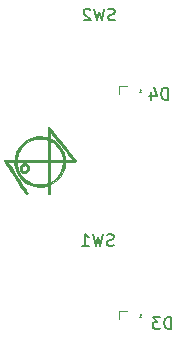
<source format=gbr>
%TF.GenerationSoftware,KiCad,Pcbnew,(5.1.10)-1*%
%TF.CreationDate,2021-10-19T23:48:12-04:00*%
%TF.ProjectId,milk,6d696c6b-2e6b-4696-9361-645f70636258,rev?*%
%TF.SameCoordinates,Original*%
%TF.FileFunction,Legend,Bot*%
%TF.FilePolarity,Positive*%
%FSLAX46Y46*%
G04 Gerber Fmt 4.6, Leading zero omitted, Abs format (unit mm)*
G04 Created by KiCad (PCBNEW (5.1.10)-1) date 2021-10-19 23:48:12*
%MOMM*%
%LPD*%
G01*
G04 APERTURE LIST*
%ADD10C,0.010000*%
%ADD11C,0.100000*%
%ADD12C,0.150000*%
%ADD13C,0.075000*%
%ADD14R,0.500000X0.500000*%
%ADD15O,1.600000X1.600000*%
%ADD16R,1.600000X1.600000*%
%ADD17C,1.700000*%
%ADD18C,4.000000*%
%ADD19C,2.200000*%
%ADD20C,0.800000*%
%ADD21O,1.000000X2.000000*%
%ADD22C,2.000000*%
%ADD23R,1.500000X1.500000*%
%ADD24C,1.500000*%
G04 APERTURE END LIST*
D10*
%TO.C,G\u002A\u002A\u002A*%
G36*
X197741085Y-78379886D02*
G01*
X197639041Y-78427491D01*
X197545180Y-78493200D01*
X197481396Y-78562146D01*
X197434467Y-78673829D01*
X197422604Y-78801693D01*
X197445813Y-78925948D01*
X197481277Y-78997760D01*
X197570873Y-79092599D01*
X197684941Y-79158058D01*
X197808989Y-79188425D01*
X197928523Y-79177988D01*
X197934236Y-79176257D01*
X198061961Y-79113016D01*
X198158342Y-79011410D01*
X198181236Y-78974258D01*
X198228692Y-78847781D01*
X198227876Y-78780640D01*
X198059040Y-78780640D01*
X198037774Y-78879962D01*
X197981767Y-78954276D01*
X197902710Y-78999166D01*
X197812292Y-79010222D01*
X197722203Y-78983031D01*
X197658990Y-78931650D01*
X197609797Y-78844897D01*
X197602262Y-78755209D01*
X197629390Y-78671782D01*
X197684187Y-78603811D01*
X197759659Y-78560491D01*
X197848812Y-78551019D01*
X197929434Y-78576091D01*
X198014176Y-78641421D01*
X198054479Y-78729195D01*
X198059040Y-78780640D01*
X198227876Y-78780640D01*
X198227141Y-78720300D01*
X198178351Y-78589124D01*
X198107760Y-78496320D01*
X198010453Y-78420366D01*
X197903442Y-78372435D01*
X197831827Y-78361540D01*
X197741085Y-78379886D01*
G37*
X197741085Y-78379886D02*
X197639041Y-78427491D01*
X197545180Y-78493200D01*
X197481396Y-78562146D01*
X197434467Y-78673829D01*
X197422604Y-78801693D01*
X197445813Y-78925948D01*
X197481277Y-78997760D01*
X197570873Y-79092599D01*
X197684941Y-79158058D01*
X197808989Y-79188425D01*
X197928523Y-79177988D01*
X197934236Y-79176257D01*
X198061961Y-79113016D01*
X198158342Y-79011410D01*
X198181236Y-78974258D01*
X198228692Y-78847781D01*
X198227876Y-78780640D01*
X198059040Y-78780640D01*
X198037774Y-78879962D01*
X197981767Y-78954276D01*
X197902710Y-78999166D01*
X197812292Y-79010222D01*
X197722203Y-78983031D01*
X197658990Y-78931650D01*
X197609797Y-78844897D01*
X197602262Y-78755209D01*
X197629390Y-78671782D01*
X197684187Y-78603811D01*
X197759659Y-78560491D01*
X197848812Y-78551019D01*
X197929434Y-78576091D01*
X198014176Y-78641421D01*
X198054479Y-78729195D01*
X198059040Y-78780640D01*
X198227876Y-78780640D01*
X198227141Y-78720300D01*
X198178351Y-78589124D01*
X198107760Y-78496320D01*
X198010453Y-78420366D01*
X197903442Y-78372435D01*
X197831827Y-78361540D01*
X197741085Y-78379886D01*
G36*
X199860134Y-75303634D02*
G01*
X199827423Y-75326785D01*
X199811566Y-75349992D01*
X199800259Y-75388034D01*
X199792792Y-75448655D01*
X199788452Y-75539597D01*
X199786530Y-75668602D01*
X199786240Y-75775271D01*
X199785627Y-75929512D01*
X199783384Y-76039478D01*
X199778907Y-76111682D01*
X199771590Y-76152638D01*
X199760829Y-76168861D01*
X199749729Y-76168564D01*
X199616642Y-76131320D01*
X199448104Y-76104766D01*
X199258421Y-76089349D01*
X199061900Y-76085518D01*
X198872847Y-76093722D01*
X198705567Y-76114407D01*
X198620914Y-76133186D01*
X198379466Y-76209403D01*
X198171245Y-76298923D01*
X197982304Y-76409907D01*
X197798695Y-76550512D01*
X197612171Y-76723240D01*
X197503992Y-76832424D01*
X197423706Y-76920242D01*
X197361704Y-76999599D01*
X197308379Y-77083397D01*
X197254123Y-77184542D01*
X197224486Y-77243940D01*
X197151895Y-77405009D01*
X197088495Y-77571691D01*
X197038168Y-77731607D01*
X197004794Y-77872382D01*
X196992254Y-77981638D01*
X196992240Y-77984603D01*
X196992240Y-78056740D01*
X196589777Y-78056740D01*
X196436834Y-78057228D01*
X196326478Y-78059300D01*
X196250505Y-78063870D01*
X196200705Y-78071847D01*
X196168873Y-78084145D01*
X196146802Y-78101675D01*
X196142318Y-78106459D01*
X196130825Y-78117338D01*
X196121141Y-78126449D01*
X196115322Y-78137324D01*
X196115426Y-78153499D01*
X196123509Y-78178507D01*
X196141627Y-78215881D01*
X196171838Y-78269156D01*
X196216198Y-78341865D01*
X196276765Y-78437542D01*
X196355594Y-78559720D01*
X196454743Y-78711935D01*
X196576268Y-78897719D01*
X196722226Y-79120606D01*
X196815594Y-79263240D01*
X196948522Y-79466478D01*
X197086363Y-79677410D01*
X197223282Y-79887096D01*
X197353449Y-80086599D01*
X197471029Y-80266980D01*
X197570189Y-80419300D01*
X197619480Y-80495140D01*
X197708653Y-80630575D01*
X197791364Y-80752667D01*
X197862718Y-80854463D01*
X197917815Y-80929011D01*
X197951758Y-80969359D01*
X197956313Y-80973251D01*
X197996474Y-80992077D01*
X198032872Y-80976647D01*
X198057761Y-80953619D01*
X198076078Y-80936282D01*
X198089214Y-80920961D01*
X198094606Y-80902527D01*
X198089690Y-80875853D01*
X198071905Y-80835812D01*
X198038688Y-80777275D01*
X197987476Y-80695116D01*
X197915706Y-80584207D01*
X197820816Y-80439419D01*
X197736793Y-80311397D01*
X197658376Y-80191624D01*
X197564348Y-80047698D01*
X197458024Y-79884719D01*
X197342718Y-79707787D01*
X197221744Y-79522000D01*
X197098418Y-79332457D01*
X196976052Y-79144259D01*
X196857961Y-78962504D01*
X196747460Y-78792291D01*
X196647862Y-78638720D01*
X196562482Y-78506890D01*
X196494634Y-78401900D01*
X196447632Y-78328849D01*
X196424791Y-78292838D01*
X196424095Y-78291690D01*
X196426623Y-78277298D01*
X196458896Y-78267743D01*
X196527220Y-78262255D01*
X196637904Y-78260068D01*
X196684791Y-78259940D01*
X196964539Y-78259940D01*
X196978175Y-78355190D01*
X197031011Y-78654700D01*
X197099867Y-78914060D01*
X197188859Y-79142502D01*
X197302100Y-79349261D01*
X197443705Y-79543569D01*
X197571783Y-79687509D01*
X197822922Y-79917829D01*
X198090553Y-80100131D01*
X198375124Y-80234599D01*
X198677085Y-80321414D01*
X198996885Y-80360759D01*
X199225956Y-80360435D01*
X199358876Y-80351209D01*
X199487742Y-80337475D01*
X199595544Y-80321294D01*
X199652171Y-80308838D01*
X199784801Y-80271517D01*
X199791871Y-80602857D01*
X199795705Y-80741543D01*
X199801083Y-80837965D01*
X199809228Y-80900654D01*
X199821362Y-80938144D01*
X199838711Y-80958969D01*
X199843390Y-80962188D01*
X199898082Y-80976590D01*
X199932290Y-80962181D01*
X199949988Y-80945113D01*
X199962740Y-80914401D01*
X199971581Y-80862009D01*
X199977546Y-80779905D01*
X199981668Y-80660055D01*
X199983769Y-80562431D01*
X199990797Y-80190680D01*
X200098069Y-80136135D01*
X200356568Y-79978275D01*
X200595020Y-79780688D01*
X200805716Y-79551667D01*
X200980947Y-79299504D01*
X201104513Y-79053468D01*
X201167402Y-78874231D01*
X201222109Y-78667431D01*
X201262818Y-78456249D01*
X201273297Y-78380590D01*
X201287953Y-78259940D01*
X201085684Y-78259940D01*
X201068458Y-78431390D01*
X201044978Y-78572813D01*
X201003340Y-78737405D01*
X200949513Y-78906238D01*
X200889468Y-79060383D01*
X200835382Y-79170326D01*
X200746733Y-79308106D01*
X200638006Y-79451981D01*
X200522688Y-79585404D01*
X200414267Y-79691828D01*
X200401277Y-79702905D01*
X200321707Y-79765578D01*
X200232612Y-79829992D01*
X200145253Y-79888699D01*
X200070895Y-79934249D01*
X200020799Y-79959196D01*
X200009868Y-79961740D01*
X200005015Y-79937319D01*
X200000574Y-79867975D01*
X199996686Y-79759581D01*
X199993493Y-79618014D01*
X199991134Y-79449148D01*
X199989752Y-79258859D01*
X199989440Y-79110840D01*
X199989440Y-78259940D01*
X199786240Y-78259940D01*
X199786240Y-80061920D01*
X199652890Y-80099368D01*
X199561637Y-80124124D01*
X199486310Y-80141024D01*
X199413913Y-80151255D01*
X199331448Y-80156004D01*
X199225917Y-80156458D01*
X199084324Y-80153802D01*
X199062340Y-80153285D01*
X198895933Y-80146858D01*
X198765820Y-80135376D01*
X198657599Y-80117021D01*
X198556870Y-80089976D01*
X198554340Y-80089178D01*
X198262181Y-79971121D01*
X197997840Y-79812545D01*
X197764495Y-79617356D01*
X197565325Y-79389460D01*
X197403508Y-79132763D01*
X197282220Y-78851168D01*
X197204640Y-78548583D01*
X197184770Y-78405990D01*
X197169597Y-78259940D01*
X199786240Y-78259940D01*
X199989440Y-78259940D01*
X201085684Y-78259940D01*
X201287953Y-78259940D01*
X201702387Y-78259940D01*
X201872758Y-78258741D01*
X201998371Y-78254187D01*
X202085230Y-78244840D01*
X202139341Y-78229259D01*
X202166709Y-78206007D01*
X202173338Y-78173646D01*
X202169588Y-78148019D01*
X202152043Y-78118153D01*
X202107228Y-78054503D01*
X202098248Y-78042357D01*
X201843640Y-78042357D01*
X201819913Y-78048020D01*
X201755416Y-78052632D01*
X201660175Y-78055702D01*
X201551540Y-78056740D01*
X201259440Y-78056740D01*
X201073950Y-78056740D01*
X199989440Y-78056740D01*
X199989440Y-77269340D01*
X199990073Y-77075172D01*
X199991865Y-76898401D01*
X199994658Y-76745133D01*
X199998293Y-76621476D01*
X200002613Y-76533538D01*
X200007458Y-76487426D01*
X200009868Y-76481940D01*
X200048090Y-76496542D01*
X200115176Y-76535483D01*
X200200245Y-76591466D01*
X200292416Y-76657191D01*
X200380806Y-76725362D01*
X200414968Y-76753633D01*
X200607259Y-76947809D01*
X200773924Y-77177930D01*
X200908959Y-77433080D01*
X201006357Y-77702346D01*
X201051662Y-77910690D01*
X201073950Y-78056740D01*
X201259440Y-78056740D01*
X201259440Y-77972623D01*
X201250160Y-77883314D01*
X201225083Y-77762616D01*
X201188357Y-77625862D01*
X201144128Y-77488386D01*
X201096544Y-77365520D01*
X201093124Y-77357702D01*
X200952891Y-77097882D01*
X200770927Y-76851878D01*
X200556103Y-76629050D01*
X200317293Y-76438760D01*
X200222018Y-76381759D01*
X199786240Y-76381759D01*
X199786240Y-78056740D01*
X197195440Y-78056740D01*
X197195440Y-77973176D01*
X197209178Y-77849028D01*
X197247846Y-77695877D01*
X197307624Y-77526601D01*
X197370268Y-77383640D01*
X197527943Y-77108055D01*
X197719444Y-76869921D01*
X197945731Y-76668393D01*
X198207764Y-76502626D01*
X198506503Y-76371776D01*
X198528940Y-76363858D01*
X198613060Y-76335986D01*
X198686262Y-76316519D01*
X198760959Y-76303939D01*
X198849565Y-76296724D01*
X198964491Y-76293356D01*
X199113140Y-76292326D01*
X199283251Y-76293550D01*
X199413408Y-76298727D01*
X199514368Y-76308760D01*
X199596887Y-76324552D01*
X199640190Y-76336599D01*
X199786240Y-76381759D01*
X200222018Y-76381759D01*
X200097390Y-76307198D01*
X199989440Y-76252307D01*
X199989440Y-75967980D01*
X199990262Y-75844703D01*
X199993361Y-75765388D01*
X199999687Y-75723216D01*
X200010190Y-75711367D01*
X200023863Y-75720847D01*
X200048774Y-75750671D01*
X200100241Y-75814448D01*
X200173469Y-75906160D01*
X200263663Y-76019787D01*
X200366029Y-76149311D01*
X200437974Y-76240640D01*
X200683153Y-76552305D01*
X200898724Y-76826420D01*
X201086522Y-77065334D01*
X201248379Y-77271398D01*
X201386130Y-77446961D01*
X201501608Y-77594374D01*
X201596647Y-77715987D01*
X201673080Y-77814151D01*
X201732741Y-77891215D01*
X201777463Y-77949530D01*
X201809081Y-77991445D01*
X201829427Y-78019312D01*
X201840335Y-78035481D01*
X201843639Y-78042301D01*
X201843640Y-78042357D01*
X202098248Y-78042357D01*
X202039566Y-77962988D01*
X201953479Y-77849525D01*
X201853390Y-77720032D01*
X201774787Y-77619749D01*
X201673674Y-77491459D01*
X201546911Y-77330590D01*
X201400275Y-77144476D01*
X201239544Y-76940449D01*
X201070494Y-76725843D01*
X200898902Y-76507991D01*
X200730546Y-76294227D01*
X200668388Y-76215299D01*
X200520073Y-76027874D01*
X200380342Y-75853049D01*
X200252504Y-75694838D01*
X200139870Y-75557257D01*
X200045746Y-75444320D01*
X199973444Y-75360043D01*
X199926273Y-75308441D01*
X199908474Y-75293280D01*
X199860134Y-75303634D01*
G37*
X199860134Y-75303634D02*
X199827423Y-75326785D01*
X199811566Y-75349992D01*
X199800259Y-75388034D01*
X199792792Y-75448655D01*
X199788452Y-75539597D01*
X199786530Y-75668602D01*
X199786240Y-75775271D01*
X199785627Y-75929512D01*
X199783384Y-76039478D01*
X199778907Y-76111682D01*
X199771590Y-76152638D01*
X199760829Y-76168861D01*
X199749729Y-76168564D01*
X199616642Y-76131320D01*
X199448104Y-76104766D01*
X199258421Y-76089349D01*
X199061900Y-76085518D01*
X198872847Y-76093722D01*
X198705567Y-76114407D01*
X198620914Y-76133186D01*
X198379466Y-76209403D01*
X198171245Y-76298923D01*
X197982304Y-76409907D01*
X197798695Y-76550512D01*
X197612171Y-76723240D01*
X197503992Y-76832424D01*
X197423706Y-76920242D01*
X197361704Y-76999599D01*
X197308379Y-77083397D01*
X197254123Y-77184542D01*
X197224486Y-77243940D01*
X197151895Y-77405009D01*
X197088495Y-77571691D01*
X197038168Y-77731607D01*
X197004794Y-77872382D01*
X196992254Y-77981638D01*
X196992240Y-77984603D01*
X196992240Y-78056740D01*
X196589777Y-78056740D01*
X196436834Y-78057228D01*
X196326478Y-78059300D01*
X196250505Y-78063870D01*
X196200705Y-78071847D01*
X196168873Y-78084145D01*
X196146802Y-78101675D01*
X196142318Y-78106459D01*
X196130825Y-78117338D01*
X196121141Y-78126449D01*
X196115322Y-78137324D01*
X196115426Y-78153499D01*
X196123509Y-78178507D01*
X196141627Y-78215881D01*
X196171838Y-78269156D01*
X196216198Y-78341865D01*
X196276765Y-78437542D01*
X196355594Y-78559720D01*
X196454743Y-78711935D01*
X196576268Y-78897719D01*
X196722226Y-79120606D01*
X196815594Y-79263240D01*
X196948522Y-79466478D01*
X197086363Y-79677410D01*
X197223282Y-79887096D01*
X197353449Y-80086599D01*
X197471029Y-80266980D01*
X197570189Y-80419300D01*
X197619480Y-80495140D01*
X197708653Y-80630575D01*
X197791364Y-80752667D01*
X197862718Y-80854463D01*
X197917815Y-80929011D01*
X197951758Y-80969359D01*
X197956313Y-80973251D01*
X197996474Y-80992077D01*
X198032872Y-80976647D01*
X198057761Y-80953619D01*
X198076078Y-80936282D01*
X198089214Y-80920961D01*
X198094606Y-80902527D01*
X198089690Y-80875853D01*
X198071905Y-80835812D01*
X198038688Y-80777275D01*
X197987476Y-80695116D01*
X197915706Y-80584207D01*
X197820816Y-80439419D01*
X197736793Y-80311397D01*
X197658376Y-80191624D01*
X197564348Y-80047698D01*
X197458024Y-79884719D01*
X197342718Y-79707787D01*
X197221744Y-79522000D01*
X197098418Y-79332457D01*
X196976052Y-79144259D01*
X196857961Y-78962504D01*
X196747460Y-78792291D01*
X196647862Y-78638720D01*
X196562482Y-78506890D01*
X196494634Y-78401900D01*
X196447632Y-78328849D01*
X196424791Y-78292838D01*
X196424095Y-78291690D01*
X196426623Y-78277298D01*
X196458896Y-78267743D01*
X196527220Y-78262255D01*
X196637904Y-78260068D01*
X196684791Y-78259940D01*
X196964539Y-78259940D01*
X196978175Y-78355190D01*
X197031011Y-78654700D01*
X197099867Y-78914060D01*
X197188859Y-79142502D01*
X197302100Y-79349261D01*
X197443705Y-79543569D01*
X197571783Y-79687509D01*
X197822922Y-79917829D01*
X198090553Y-80100131D01*
X198375124Y-80234599D01*
X198677085Y-80321414D01*
X198996885Y-80360759D01*
X199225956Y-80360435D01*
X199358876Y-80351209D01*
X199487742Y-80337475D01*
X199595544Y-80321294D01*
X199652171Y-80308838D01*
X199784801Y-80271517D01*
X199791871Y-80602857D01*
X199795705Y-80741543D01*
X199801083Y-80837965D01*
X199809228Y-80900654D01*
X199821362Y-80938144D01*
X199838711Y-80958969D01*
X199843390Y-80962188D01*
X199898082Y-80976590D01*
X199932290Y-80962181D01*
X199949988Y-80945113D01*
X199962740Y-80914401D01*
X199971581Y-80862009D01*
X199977546Y-80779905D01*
X199981668Y-80660055D01*
X199983769Y-80562431D01*
X199990797Y-80190680D01*
X200098069Y-80136135D01*
X200356568Y-79978275D01*
X200595020Y-79780688D01*
X200805716Y-79551667D01*
X200980947Y-79299504D01*
X201104513Y-79053468D01*
X201167402Y-78874231D01*
X201222109Y-78667431D01*
X201262818Y-78456249D01*
X201273297Y-78380590D01*
X201287953Y-78259940D01*
X201085684Y-78259940D01*
X201068458Y-78431390D01*
X201044978Y-78572813D01*
X201003340Y-78737405D01*
X200949513Y-78906238D01*
X200889468Y-79060383D01*
X200835382Y-79170326D01*
X200746733Y-79308106D01*
X200638006Y-79451981D01*
X200522688Y-79585404D01*
X200414267Y-79691828D01*
X200401277Y-79702905D01*
X200321707Y-79765578D01*
X200232612Y-79829992D01*
X200145253Y-79888699D01*
X200070895Y-79934249D01*
X200020799Y-79959196D01*
X200009868Y-79961740D01*
X200005015Y-79937319D01*
X200000574Y-79867975D01*
X199996686Y-79759581D01*
X199993493Y-79618014D01*
X199991134Y-79449148D01*
X199989752Y-79258859D01*
X199989440Y-79110840D01*
X199989440Y-78259940D01*
X199786240Y-78259940D01*
X199786240Y-80061920D01*
X199652890Y-80099368D01*
X199561637Y-80124124D01*
X199486310Y-80141024D01*
X199413913Y-80151255D01*
X199331448Y-80156004D01*
X199225917Y-80156458D01*
X199084324Y-80153802D01*
X199062340Y-80153285D01*
X198895933Y-80146858D01*
X198765820Y-80135376D01*
X198657599Y-80117021D01*
X198556870Y-80089976D01*
X198554340Y-80089178D01*
X198262181Y-79971121D01*
X197997840Y-79812545D01*
X197764495Y-79617356D01*
X197565325Y-79389460D01*
X197403508Y-79132763D01*
X197282220Y-78851168D01*
X197204640Y-78548583D01*
X197184770Y-78405990D01*
X197169597Y-78259940D01*
X199786240Y-78259940D01*
X199989440Y-78259940D01*
X201085684Y-78259940D01*
X201287953Y-78259940D01*
X201702387Y-78259940D01*
X201872758Y-78258741D01*
X201998371Y-78254187D01*
X202085230Y-78244840D01*
X202139341Y-78229259D01*
X202166709Y-78206007D01*
X202173338Y-78173646D01*
X202169588Y-78148019D01*
X202152043Y-78118153D01*
X202107228Y-78054503D01*
X202098248Y-78042357D01*
X201843640Y-78042357D01*
X201819913Y-78048020D01*
X201755416Y-78052632D01*
X201660175Y-78055702D01*
X201551540Y-78056740D01*
X201259440Y-78056740D01*
X201073950Y-78056740D01*
X199989440Y-78056740D01*
X199989440Y-77269340D01*
X199990073Y-77075172D01*
X199991865Y-76898401D01*
X199994658Y-76745133D01*
X199998293Y-76621476D01*
X200002613Y-76533538D01*
X200007458Y-76487426D01*
X200009868Y-76481940D01*
X200048090Y-76496542D01*
X200115176Y-76535483D01*
X200200245Y-76591466D01*
X200292416Y-76657191D01*
X200380806Y-76725362D01*
X200414968Y-76753633D01*
X200607259Y-76947809D01*
X200773924Y-77177930D01*
X200908959Y-77433080D01*
X201006357Y-77702346D01*
X201051662Y-77910690D01*
X201073950Y-78056740D01*
X201259440Y-78056740D01*
X201259440Y-77972623D01*
X201250160Y-77883314D01*
X201225083Y-77762616D01*
X201188357Y-77625862D01*
X201144128Y-77488386D01*
X201096544Y-77365520D01*
X201093124Y-77357702D01*
X200952891Y-77097882D01*
X200770927Y-76851878D01*
X200556103Y-76629050D01*
X200317293Y-76438760D01*
X200222018Y-76381759D01*
X199786240Y-76381759D01*
X199786240Y-78056740D01*
X197195440Y-78056740D01*
X197195440Y-77973176D01*
X197209178Y-77849028D01*
X197247846Y-77695877D01*
X197307624Y-77526601D01*
X197370268Y-77383640D01*
X197527943Y-77108055D01*
X197719444Y-76869921D01*
X197945731Y-76668393D01*
X198207764Y-76502626D01*
X198506503Y-76371776D01*
X198528940Y-76363858D01*
X198613060Y-76335986D01*
X198686262Y-76316519D01*
X198760959Y-76303939D01*
X198849565Y-76296724D01*
X198964491Y-76293356D01*
X199113140Y-76292326D01*
X199283251Y-76293550D01*
X199413408Y-76298727D01*
X199514368Y-76308760D01*
X199596887Y-76324552D01*
X199640190Y-76336599D01*
X199786240Y-76381759D01*
X200222018Y-76381759D01*
X200097390Y-76307198D01*
X199989440Y-76252307D01*
X199989440Y-75967980D01*
X199990262Y-75844703D01*
X199993361Y-75765388D01*
X199999687Y-75723216D01*
X200010190Y-75711367D01*
X200023863Y-75720847D01*
X200048774Y-75750671D01*
X200100241Y-75814448D01*
X200173469Y-75906160D01*
X200263663Y-76019787D01*
X200366029Y-76149311D01*
X200437974Y-76240640D01*
X200683153Y-76552305D01*
X200898724Y-76826420D01*
X201086522Y-77065334D01*
X201248379Y-77271398D01*
X201386130Y-77446961D01*
X201501608Y-77594374D01*
X201596647Y-77715987D01*
X201673080Y-77814151D01*
X201732741Y-77891215D01*
X201777463Y-77949530D01*
X201809081Y-77991445D01*
X201829427Y-78019312D01*
X201840335Y-78035481D01*
X201843639Y-78042301D01*
X201843640Y-78042357D01*
X202098248Y-78042357D01*
X202039566Y-77962988D01*
X201953479Y-77849525D01*
X201853390Y-77720032D01*
X201774787Y-77619749D01*
X201673674Y-77491459D01*
X201546911Y-77330590D01*
X201400275Y-77144476D01*
X201239544Y-76940449D01*
X201070494Y-76725843D01*
X200898902Y-76507991D01*
X200730546Y-76294227D01*
X200668388Y-76215299D01*
X200520073Y-76027874D01*
X200380342Y-75853049D01*
X200252504Y-75694838D01*
X200139870Y-75557257D01*
X200045746Y-75444320D01*
X199973444Y-75360043D01*
X199926273Y-75308441D01*
X199908474Y-75293280D01*
X199860134Y-75303634D01*
D11*
%TO.C,D4*%
X205837840Y-72479980D02*
X205837840Y-71829980D01*
X205837840Y-71829980D02*
X206487840Y-71829980D01*
%TO.C,D3*%
X205855620Y-91527440D02*
X205855620Y-90877440D01*
X205855620Y-90877440D02*
X206505620Y-90877440D01*
%TO.C,D4*%
D12*
X209968055Y-72977000D02*
X209968055Y-71977000D01*
X209729960Y-71977000D01*
X209587102Y-72024620D01*
X209491864Y-72119858D01*
X209444245Y-72215096D01*
X209396626Y-72405572D01*
X209396626Y-72548429D01*
X209444245Y-72738905D01*
X209491864Y-72834143D01*
X209587102Y-72929381D01*
X209729960Y-72977000D01*
X209968055Y-72977000D01*
X208539483Y-72310334D02*
X208539483Y-72977000D01*
X208777579Y-71929381D02*
X209015674Y-72643667D01*
X208396626Y-72643667D01*
D13*
X207527125Y-72365694D02*
X207698554Y-72365694D01*
X207612840Y-72365694D02*
X207612840Y-72065694D01*
X207641411Y-72108551D01*
X207669982Y-72137122D01*
X207698554Y-72151408D01*
%TO.C,D3*%
D12*
X210224595Y-92402920D02*
X210224595Y-91402920D01*
X209986500Y-91402920D01*
X209843642Y-91450540D01*
X209748404Y-91545778D01*
X209700785Y-91641016D01*
X209653166Y-91831492D01*
X209653166Y-91974349D01*
X209700785Y-92164825D01*
X209748404Y-92260063D01*
X209843642Y-92355301D01*
X209986500Y-92402920D01*
X210224595Y-92402920D01*
X209319833Y-91402920D02*
X208700785Y-91402920D01*
X209034119Y-91783873D01*
X208891261Y-91783873D01*
X208796023Y-91831492D01*
X208748404Y-91879111D01*
X208700785Y-91974349D01*
X208700785Y-92212444D01*
X208748404Y-92307682D01*
X208796023Y-92355301D01*
X208891261Y-92402920D01*
X209176976Y-92402920D01*
X209272214Y-92355301D01*
X209319833Y-92307682D01*
D13*
X207544905Y-91413154D02*
X207716334Y-91413154D01*
X207630620Y-91413154D02*
X207630620Y-91113154D01*
X207659191Y-91156011D01*
X207687762Y-91184582D01*
X207716334Y-91198868D01*
%TO.C,SW2*%
D12*
X205493453Y-66223781D02*
X205350596Y-66271400D01*
X205112500Y-66271400D01*
X205017262Y-66223781D01*
X204969643Y-66176162D01*
X204922024Y-66080924D01*
X204922024Y-65985686D01*
X204969643Y-65890448D01*
X205017262Y-65842829D01*
X205112500Y-65795210D01*
X205302977Y-65747591D01*
X205398215Y-65699972D01*
X205445834Y-65652353D01*
X205493453Y-65557115D01*
X205493453Y-65461877D01*
X205445834Y-65366639D01*
X205398215Y-65319020D01*
X205302977Y-65271400D01*
X205064881Y-65271400D01*
X204922024Y-65319020D01*
X204588691Y-65271400D02*
X204350596Y-66271400D01*
X204160120Y-65557115D01*
X203969643Y-66271400D01*
X203731548Y-65271400D01*
X203398215Y-65366639D02*
X203350596Y-65319020D01*
X203255358Y-65271400D01*
X203017262Y-65271400D01*
X202922024Y-65319020D01*
X202874405Y-65366639D01*
X202826786Y-65461877D01*
X202826786Y-65557115D01*
X202874405Y-65699972D01*
X203445834Y-66271400D01*
X202826786Y-66271400D01*
%TO.C,SW1*%
X205374073Y-85309341D02*
X205231216Y-85356960D01*
X204993120Y-85356960D01*
X204897882Y-85309341D01*
X204850263Y-85261722D01*
X204802644Y-85166484D01*
X204802644Y-85071246D01*
X204850263Y-84976008D01*
X204897882Y-84928389D01*
X204993120Y-84880770D01*
X205183597Y-84833151D01*
X205278835Y-84785532D01*
X205326454Y-84737913D01*
X205374073Y-84642675D01*
X205374073Y-84547437D01*
X205326454Y-84452199D01*
X205278835Y-84404580D01*
X205183597Y-84356960D01*
X204945501Y-84356960D01*
X204802644Y-84404580D01*
X204469311Y-84356960D02*
X204231216Y-85356960D01*
X204040740Y-84642675D01*
X203850263Y-85356960D01*
X203612168Y-84356960D01*
X202707406Y-85356960D02*
X203278835Y-85356960D01*
X202993120Y-85356960D02*
X202993120Y-84356960D01*
X203088359Y-84499818D01*
X203183597Y-84595056D01*
X203278835Y-84642675D01*
%TD*%
%LPC*%
D14*
%TO.C,D4*%
X207137840Y-72229980D03*
X207137840Y-73129980D03*
X206237840Y-73129980D03*
X206237840Y-72229980D03*
%TD*%
%TO.C,D3*%
X207155620Y-91277440D03*
X207155620Y-92177440D03*
X206255620Y-92177440D03*
X206255620Y-91277440D03*
%TD*%
D15*
%TO.C,J3*%
X215884760Y-75176380D03*
X208264760Y-82796380D03*
X215884760Y-77716380D03*
X208264760Y-80256380D03*
X215884760Y-80256380D03*
X208264760Y-77716380D03*
X215884760Y-82796380D03*
D16*
X208264760Y-75176380D03*
%TD*%
D17*
%TO.C,SW2*%
X201622660Y-68600320D03*
X211782660Y-68600320D03*
D18*
X206702660Y-68600320D03*
D19*
X210512660Y-66060320D03*
X204162660Y-63520320D03*
%TD*%
D17*
%TO.C,SW1*%
X201632820Y-87647780D03*
X211792820Y-87647780D03*
D18*
X206712820Y-87647780D03*
D19*
X210522820Y-85107780D03*
X204172820Y-82567780D03*
%TD*%
D20*
%TO.C,J1*%
X209995040Y-93114080D03*
X203395040Y-93114080D03*
D21*
X211305040Y-92554080D03*
X202085040Y-92554080D03*
X202085040Y-97054080D03*
X211305040Y-97054080D03*
%TD*%
D22*
%TO.C,SW3*%
X208625440Y-59405520D03*
X215125440Y-59405520D03*
%TD*%
D23*
%TO.C,J2*%
X203065380Y-58988960D03*
D24*
X200525380Y-58988960D03*
X197985380Y-58988960D03*
%TD*%
M02*

</source>
